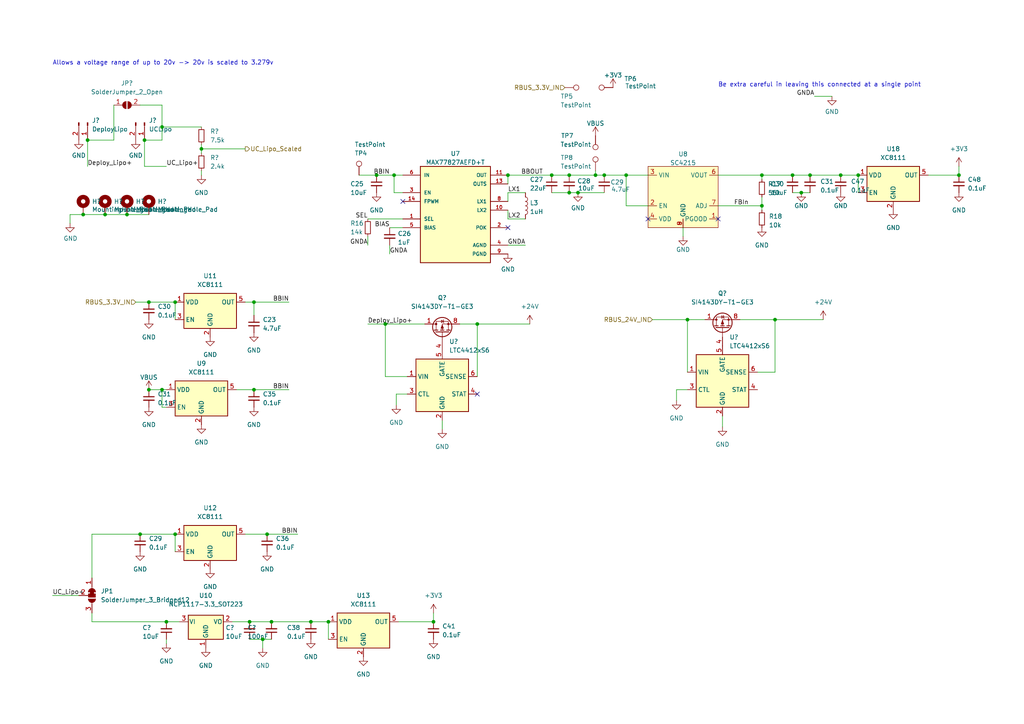
<source format=kicad_sch>
(kicad_sch (version 20211123) (generator eeschema)
  (paper "A4")
  (lib_symbols
    (symbol "Analog_Switch:MAX40200AUK"
      (property "Reference" "U" (at -6.35 6.35 0))
      (property "Value" "MAX40200AUK" (at 7.62 6.35 0))
      (symbol "MAX40200AUK_1_1"
        (rectangle (start -7.62 -5.08) (end 7.62 5.08) (stroke (width 0.254)) (fill (type background)))
        (pin power_in line (at -10.16 2.54 0) (length 2.54) (name "VDD") (number "1"))
        (pin power_in line (at 0 -7.62 90) (length 2.54) (name "GND") (number "2"))
        (pin input line (at -10.16 -2.54 0) (length 2.54) (name "EN") (number "3"))
        (pin no_connect line (at 7.62 -2.54 180) (length 2.54) hide (name "NC") (number "4"))
        (pin passive line (at 10.16 2.54 180) (length 2.54) (name "OUT") (number "5"))
      )
    )
    (symbol "Connector:Conn_01x02_Male" (pin_names (offset 1.016) hide)
      (property "Reference" "J" (at 0 2.54 0))
      (property "Value" "Conn_01x02_Male" (at 0 -5.08 0))
      (symbol "Conn_01x02_Male_1_1"
        (polyline (pts (xy 1.27 -2.54) (xy 0.8636 -2.54)) (stroke (width 0.1524)))
        (polyline (pts (xy 1.27 0) (xy 0.8636 0)) (stroke (width 0.1524)))
        (rectangle (start 0.8636 -2.413) (end 0 -2.667) (stroke (width 0.1524)) (fill (type outline)))
        (rectangle (start 0.8636 0.127) (end 0 -0.127) (stroke (width 0.1524)) (fill (type outline)))
        (pin passive line (at 5.08 0 180) (length 3.81) (name "Pin_1") (number "1"))
        (pin passive line (at 5.08 -2.54 180) (length 3.81) (name "Pin_2") (number "2"))
      )
    )
    (symbol "Connector:TestPoint" (pin_numbers hide) (pin_names (offset 0.762) hide)
      (property "Reference" "TP" (at 0 6.858 0))
      (property "Value" "TestPoint" (at 0 5.08 0))
      (symbol "TestPoint_0_1"
        (circle (center 0 3.302) (radius 0.762))
      )
      (symbol "TestPoint_1_1"
        (pin passive line (at 0 0 90) (length 2.54) (name "1") (number "1"))
      )
    )
    (symbol "Device:C_Small" (pin_numbers hide) (pin_names (offset 0.254) hide)
      (property "Reference" "C" (at 0.254 1.778 0))
      (property "Value" "C_Small" (at 0.254 -2.032 0))
      (symbol "C_Small_0_1"
        (polyline (pts (xy -1.524 -0.508) (xy 1.524 -0.508)) (stroke (width 0.3302)))
        (polyline (pts (xy -1.524 0.508) (xy 1.524 0.508)) (stroke (width 0.3048)))
      )
      (symbol "C_Small_1_1"
        (pin passive line (at 0 2.54 270) (length 2.032) (name "~") (number "1"))
        (pin passive line (at 0 -2.54 90) (length 2.032) (name "~") (number "2"))
      )
    )
    (symbol "Device:L" (pin_numbers hide) (pin_names (offset 1.016) hide)
      (property "Reference" "L" (at -1.27 0 90))
      (property "Value" "L" (at 1.905 0 90))
      (symbol "L_0_1"
        (arc (start 0 -2.54) (mid 0.635 -1.905) (end 0 -1.27))
        (arc (start 0 -1.27) (mid 0.635 -0.635) (end 0 0))
        (arc (start 0 0) (mid 0.635 0.635) (end 0 1.27))
        (arc (start 0 1.27) (mid 0.635 1.905) (end 0 2.54))
      )
      (symbol "L_1_1"
        (pin passive line (at 0 3.81 270) (length 1.27) (name "1") (number "1"))
        (pin passive line (at 0 -3.81 90) (length 1.27) (name "2") (number "2"))
      )
    )
    (symbol "Device:Q_PMOS_GDS" (pin_names (offset 0) hide)
      (property "Reference" "Q?" (at 6.35 1.2701 0))
      (property "Value" "SI4143DY-T1-GE3" (at 6.35 -1.2699 0))
      (symbol "Q_PMOS_GDS_0_0"
        (pin input line (at -5.08 0 0) (length 2.54) (name "G") (number "4"))
        (pin passive line (at 2.54 -5.08 90) (length 2.54) hide (name "D") (number "5"))
        (pin passive line (at 2.54 -5.08 90) (length 2.54) hide (name "D") (number "6"))
        (pin passive line (at 2.54 -5.08 90) (length 2.54) hide (name "D") (number "7"))
        (pin passive line (at 2.54 -5.08 90) (length 2.54) (name "D") (number "8"))
      )
      (symbol "Q_PMOS_GDS_0_1"
        (polyline (pts (xy 0.254 0) (xy -2.54 0)))
        (polyline (pts (xy 0.254 1.905) (xy 0.254 -1.905)) (stroke (width 0.254)))
        (polyline (pts (xy 0.762 -1.27) (xy 0.762 -2.286)) (stroke (width 0.254)))
        (polyline (pts (xy 0.762 0.508) (xy 0.762 -0.508)) (stroke (width 0.254)))
        (polyline (pts (xy 0.762 2.286) (xy 0.762 1.27)) (stroke (width 0.254)))
        (polyline (pts (xy 2.54 2.54) (xy 2.54 1.778)))
        (polyline (pts (xy 2.54 -2.54) (xy 2.54 0) (xy 0.762 0)))
        (polyline (pts (xy 0.762 1.778) (xy 3.302 1.778) (xy 3.302 -1.778) (xy 0.762 -1.778)))
        (polyline (pts (xy 2.286 0) (xy 1.27 0.381) (xy 1.27 -0.381) (xy 2.286 0)) (fill (type outline)))
        (polyline (pts (xy 2.794 -0.508) (xy 2.921 -0.381) (xy 3.683 -0.381) (xy 3.81 -0.254)))
        (polyline (pts (xy 3.302 -0.381) (xy 2.921 0.254) (xy 3.683 0.254) (xy 3.302 -0.381)))
        (circle (center 1.651 0) (radius 2.794) (stroke (width 0.254)))
        (circle (center 2.54 -1.778) (radius 0.254) (fill (type outline)))
        (circle (center 2.54 1.778) (radius 0.254) (fill (type outline)))
      )
      (symbol "Q_PMOS_GDS_1_1"
        (pin passive line (at 2.54 5.08 270) (length 2.54) (name "S") (number "1"))
        (pin passive line (at 2.54 5.08 270) (length 2.54) hide (name "S") (number "2"))
        (pin passive line (at 2.54 5.08 270) (length 2.54) hide (name "S") (number "3"))
      )
    )
    (symbol "Device:R_Small" (pin_numbers hide) (pin_names (offset 0.254) hide)
      (property "Reference" "R" (at 0.762 0.508 0))
      (property "Value" "R_Small" (at 0.762 -1.016 0))
      (symbol "R_Small_0_1"
        (rectangle (start -0.762 1.778) (end 0.762 -1.778) (stroke (width 0.2032)))
      )
      (symbol "R_Small_1_1"
        (pin passive line (at 0 2.54 270) (length 0.762) (name "~") (number "1"))
        (pin passive line (at 0 -2.54 90) (length 0.762) (name "~") (number "2"))
      )
    )
    (symbol "Jumper:SolderJumper_2_Open" (pin_names (offset 0) hide)
      (property "Reference" "JP" (at 0 2.032 0))
      (property "Value" "SolderJumper_2_Open" (at 0 -2.54 0))
      (symbol "SolderJumper_2_Open_0_1"
        (arc (start -0.254 1.016) (mid -1.27 0) (end -0.254 -1.016))
        (arc (start -0.254 1.016) (mid -1.27 0) (end -0.254 -1.016) (fill (type outline)))
        (polyline (pts (xy -0.254 1.016) (xy -0.254 -1.016)))
        (polyline (pts (xy 0.254 1.016) (xy 0.254 -1.016)))
        (arc (start 0.254 -1.016) (mid 1.27 0) (end 0.254 1.016))
        (arc (start 0.254 -1.016) (mid 1.27 0) (end 0.254 1.016) (fill (type outline)))
      )
      (symbol "SolderJumper_2_Open_1_1"
        (pin passive line (at -3.81 0 0) (length 2.54) (name "A") (number "1"))
        (pin passive line (at 3.81 0 180) (length 2.54) (name "B") (number "2"))
      )
    )
    (symbol "Jumper:SolderJumper_3_Bridged12" (pin_names (offset 0) hide)
      (property "Reference" "JP" (at -2.54 -2.54 0))
      (property "Value" "SolderJumper_3_Bridged12" (at 0 2.794 0))
      (symbol "SolderJumper_3_Bridged12_0_1"
        (rectangle (start -1.016 0.508) (end -0.508 -0.508) (fill (type outline)))
        (arc (start -1.016 1.016) (mid -2.032 0) (end -1.016 -1.016))
        (arc (start -1.016 1.016) (mid -2.032 0) (end -1.016 -1.016) (fill (type outline)))
        (rectangle (start -0.508 1.016) (end 0.508 -1.016) (fill (type outline)))
        (polyline (pts (xy -2.54 0) (xy -2.032 0)))
        (polyline (pts (xy -1.016 1.016) (xy -1.016 -1.016)))
        (polyline (pts (xy 0 -1.27) (xy 0 -1.016)))
        (polyline (pts (xy 1.016 1.016) (xy 1.016 -1.016)))
        (polyline (pts (xy 2.54 0) (xy 2.032 0)))
        (arc (start 1.016 -1.016) (mid 2.032 0) (end 1.016 1.016))
        (arc (start 1.016 -1.016) (mid 2.032 0) (end 1.016 1.016) (fill (type outline)))
      )
      (symbol "SolderJumper_3_Bridged12_1_1"
        (pin passive line (at -5.08 0 0) (length 2.54) (name "A") (number "1"))
        (pin input line (at 0 -3.81 90) (length 2.54) (name "C") (number "2"))
        (pin passive line (at 5.08 0 180) (length 2.54) (name "B") (number "3"))
      )
    )
    (symbol "Mechanical:MountingHole_Pad" (pin_numbers hide) (pin_names (offset 1.016) hide)
      (property "Reference" "H" (at 0 6.35 0))
      (property "Value" "MountingHole_Pad" (at 0 4.445 0))
      (symbol "MountingHole_Pad_0_1"
        (circle (center 0 1.27) (radius 1.27) (stroke (width 1.27)))
      )
      (symbol "MountingHole_Pad_1_1"
        (pin input line (at 0 -2.54 90) (length 2.54) (name "1") (number "1"))
      )
    )
    (symbol "Power_Management:LTC4412xS6"
      (property "Reference" "U" (at -6.35 8.89 0))
      (property "Value" "LTC4412xS6" (at 6.35 8.89 0))
      (symbol "LTC4412xS6_0_1"
        (rectangle (start -7.62 7.62) (end 7.62 -7.62) (stroke (width 0.254)) (fill (type background)))
      )
      (symbol "LTC4412xS6_1_1"
        (pin power_in line (at -10.16 2.54 0) (length 2.54) (name "VIN") (number "1"))
        (pin power_in line (at 0 -10.16 90) (length 2.54) (name "GND") (number "2"))
        (pin input line (at -10.16 -2.54 0) (length 2.54) (name "CTL") (number "3"))
        (pin open_collector line (at 10.16 -2.54 180) (length 2.54) (name "STAT") (number "4"))
        (pin output line (at 0 10.16 270) (length 2.54) (name "GATE") (number "5"))
        (pin input line (at 10.16 2.54 180) (length 2.54) (name "SENSE") (number "6"))
      )
    )
    (symbol "Regulator_Linear:NCP1117-3.3_SOT223" (pin_names (offset 0.254))
      (property "Reference" "U" (at -3.81 3.175 0))
      (property "Value" "NCP1117-3.3_SOT223" (at 0 3.175 0))
      (symbol "NCP1117-3.3_SOT223_0_1"
        (rectangle (start -5.08 -5.08) (end 5.08 1.905) (stroke (width 0.254)) (fill (type background)))
      )
      (symbol "NCP1117-3.3_SOT223_1_1"
        (pin power_in line (at 0 -7.62 90) (length 2.54) (name "GND") (number "1"))
        (pin power_out line (at 7.62 0 180) (length 2.54) (name "VO") (number "2"))
        (pin power_in line (at -7.62 0 0) (length 2.54) (name "VI") (number "3"))
      )
    )
    (symbol "iclr:MAX77827AEFD+T" (pin_names (offset 1.016))
      (property "Reference" "U?" (at -10.16 13.208 0))
      (property "Value" "MAX77827AEFD+T" (at -10.16 -17.78 0))
      (symbol "MAX77827AEFD+T_0_0"
        (rectangle (start -10.16 -15.24) (end 10.16 12.7) (stroke (width 0.254)) (fill (type background)))
        (pin passive line (at -15.24 -2.54 0) (length 5.08) (name "SEL") (number "1"))
        (pin passive line (at 15.24 0 180) (length 5.08) (name "LX2") (number "10"))
        (pin output line (at 15.24 10.16 180) (length 5.08) (name "OUT") (number "11"))
        (pin input line (at 15.24 7.62 180) (length 5.08) (name "OUTS") (number "13"))
        (pin input line (at -15.24 2.54 0) (length 5.08) (name "FPWM") (number "14"))
        (pin output line (at 15.24 -5.08 180) (length 5.08) (name "POK") (number "2"))
        (pin input line (at -15.24 5.08 0) (length 5.08) (name "EN") (number "3"))
        (pin power_in line (at 15.24 -10.16 180) (length 5.08) (name "AGND") (number "4"))
        (pin passive line (at -15.24 -5.08 0) (length 5.08) (name "BIAS") (number "5"))
        (pin input line (at -15.24 10.16 0) (length 5.08) (name "IN") (number "6"))
        (pin passive line (at 15.24 2.54 180) (length 5.08) (name "LX1") (number "8"))
        (pin power_in line (at 15.24 -12.7 180) (length 5.08) (name "PGND") (number "9"))
      )
    )
    (symbol "iclr:RT9025-25GSP"
      (property "Reference" "U6" (at 0 4.8428 0))
      (property "Value" "RT9025-25GSP" (at 0 2.3059 0))
      (symbol "RT9025-25GSP_1_1"
        (rectangle (start -10.16 1.27) (end 10.16 -16.51) (fill (type background)))
        (pin output line (at 10.16 -13.97 180) (length 2.54) (name "PGOOD") (number "1"))
        (pin input line (at -10.16 -10.16 0) (length 2.54) (name "EN") (number "2"))
        (pin input line (at -10.16 -1.27 0) (length 2.54) (name "VIN") (number "3"))
        (pin input line (at -10.16 -13.97 0) (length 2.54) (name "VDD") (number "4"))
        (pin output line (at 10.16 -1.27 180) (length 2.54) (name "VOUT") (number "6"))
        (pin input line (at 10.16 -10.16 180) (length 2.54) (name "ADJ") (number "7"))
        (pin input line (at 0 -16.51 90) (length 2.54) (name "GND") (number "8"))
        (pin input line (at 0 -16.51 90) (length 2.54) (name "GND") (number "9"))
      )
    )
    (symbol "power:+24V" (power) (pin_names (offset 0))
      (property "Value" "+24V" (at 0 3.556 0))
      (symbol "+24V_0_1"
        (polyline (pts (xy -0.762 1.27) (xy 0 2.54)))
        (polyline (pts (xy 0 0) (xy 0 2.54)))
        (polyline (pts (xy 0 2.54) (xy 0.762 1.27)))
      )
      (symbol "+24V_1_1"
        (pin power_in line (at 0 0 90) (length 0) hide (name "+24V") (number "1"))
      )
    )
    (symbol "power:+3.3V" (power) (pin_names (offset 0))
      (property "Value" "+3.3V" (at 0 3.556 0))
      (symbol "+3.3V_0_1"
        (polyline (pts (xy -0.762 1.27) (xy 0 2.54)))
        (polyline (pts (xy 0 0) (xy 0 2.54)))
        (polyline (pts (xy 0 2.54) (xy 0.762 1.27)))
      )
      (symbol "+3.3V_1_1"
        (pin power_in line (at 0 0 90) (length 0) hide (name "+3V3") (number "1"))
      )
    )
    (symbol "power:GND" (power) (pin_names (offset 0))
      (property "Value" "GND" (at 0 -3.81 0))
      (symbol "GND_0_1"
        (polyline (pts (xy 0 0) (xy 0 -1.27) (xy 1.27 -1.27) (xy 0 -2.54) (xy -1.27 -1.27) (xy 0 -1.27)))
      )
      (symbol "GND_1_1"
        (pin power_in line (at 0 0 270) (length 0) hide (name "GND") (number "1"))
      )
    )
    (symbol "power:VBUS" (power) (pin_names (offset 0))
      (property "Value" "VBUS" (at 0 3.81 0))
      (symbol "VBUS_0_1"
        (polyline (pts (xy -0.762 1.27) (xy 0 2.54)))
        (polyline (pts (xy 0 0) (xy 0 2.54)))
        (polyline (pts (xy 0 2.54) (xy 0.762 1.27)))
      )
      (symbol "VBUS_1_1"
        (pin power_in line (at 0 0 90) (length 0) hide (name "VBUS") (number "1"))
      )
    )
  )
  (junction (at 165.1 50.8))
  (junction (at 50.8 87.63))
  (junction (at 220.98 50.8))
  (junction (at 48.26 180.34))
  (junction (at 172.72 50.8))
  (junction (at 167.64 55.88))
  (junction (at 248.92 50.8))
  (junction (at 278.13 50.8))
  (junction (at 58.42 43.18))
  (junction (at 24.13 62.23))
  (junction (at 46.99 36.83))
  (junction (at 138.43 93.98))
  (junction (at 72.39 180.34))
  (junction (at 109.22 50.8))
  (junction (at 77.47 154.94))
  (junction (at 43.18 87.63))
  (junction (at 25.4 40.64))
  (junction (at 111.76 93.98))
  (junction (at 229.87 50.8))
  (junction (at 78.74 180.34))
  (junction (at 125.73 180.34))
  (junction (at 50.8 154.94))
  (junction (at 175.26 50.8))
  (junction (at 232.41 55.88))
  (junction (at 147.32 50.8))
  (junction (at 73.66 87.63))
  (junction (at 243.84 50.8))
  (junction (at 220.98 59.69))
  (junction (at 43.18 113.03))
  (junction (at 76.2 185.42))
  (junction (at 36.83 62.23))
  (junction (at 114.3 50.8))
  (junction (at 199.39 92.71))
  (junction (at 95.25 180.34))
  (junction (at 90.17 180.34))
  (junction (at 30.48 62.23))
  (junction (at 224.79 92.71))
  (junction (at 40.64 154.94))
  (junction (at 160.02 50.8))
  (junction (at 46.99 113.03))
  (junction (at 73.66 113.03))
  (junction (at 165.1 55.88))
  (junction (at 234.95 50.8))
  (junction (at 41.91 40.64))
  (junction (at 181.61 50.8))
  (no_connect (at 147.32 66.04))
  (no_connect (at 138.43 114.3))
  (no_connect (at 116.84 58.42))
  (no_connect (at 208.28 63.5))
  (no_connect (at 187.96 63.5))
  (wire (pts (xy 58.42 43.18) (xy 71.12 43.18)))
  (wire (pts (xy 95.25 180.34) (xy 95.25 185.42)))
  (wire (pts (xy 78.74 180.34) (xy 90.17 180.34)))
  (wire (pts (xy 114.3 55.88) (xy 116.84 55.88)))
  (wire (pts (xy 147.32 50.8) (xy 160.02 50.8)))
  (wire (pts (xy 160.02 50.8) (xy 165.1 50.8)))
  (wire (pts (xy 40.64 154.94) (xy 50.8 154.94)))
  (wire (pts (xy 15.24 172.72) (xy 22.86 172.72)))
  (wire (pts (xy 133.35 93.98) (xy 138.43 93.98)))
  (wire (pts (xy 220.98 50.8) (xy 220.98 52.07)))
  (wire (pts (xy 111.76 93.98) (xy 123.19 93.98)))
  (wire (pts (xy 33.02 40.64) (xy 33.02 30.48)))
  (wire (pts (xy 147.32 55.88) (xy 152.4 55.88)))
  (wire (pts (xy 72.39 185.42) (xy 76.2 185.42)))
  (wire (pts (xy 198.12 68.58) (xy 198.12 66.04)))
  (wire (pts (xy 181.61 50.8) (xy 181.61 59.69)))
  (wire (pts (xy 26.67 177.8) (xy 26.67 180.34)))
  (wire (pts (xy 160.02 55.88) (xy 165.1 55.88)))
  (wire (pts (xy 20.32 62.23) (xy 20.32 64.77)))
  (wire (pts (xy 90.17 180.34) (xy 95.25 180.34)))
  (wire (pts (xy 48.26 185.42) (xy 48.26 186.69)))
  (wire (pts (xy 208.28 50.8) (xy 220.98 50.8)))
  (wire (pts (xy 147.32 63.5) (xy 147.32 60.96)))
  (wire (pts (xy 77.47 154.94) (xy 86.36 154.94)))
  (wire (pts (xy 224.79 107.95) (xy 224.79 92.71)))
  (wire (pts (xy 73.66 91.44) (xy 73.66 87.63)))
  (wire (pts (xy 181.61 50.8) (xy 187.96 50.8)))
  (wire (pts (xy 46.99 36.83) (xy 46.99 40.64)))
  (wire (pts (xy 76.2 185.42) (xy 78.74 185.42)))
  (wire (pts (xy 106.68 63.5) (xy 116.84 63.5)))
  (wire (pts (xy 196.215 113.03) (xy 199.39 113.03)))
  (wire (pts (xy 147.32 71.12) (xy 152.4 71.12)))
  (wire (pts (xy 269.24 50.8) (xy 278.13 50.8)))
  (wire (pts (xy 26.67 180.34) (xy 48.26 180.34)))
  (wire (pts (xy 172.72 50.8) (xy 175.26 50.8)))
  (wire (pts (xy 138.43 93.98) (xy 153.67 93.98)))
  (wire (pts (xy 199.39 92.71) (xy 199.39 107.95)))
  (wire (pts (xy 220.98 57.15) (xy 220.98 59.69)))
  (wire (pts (xy 147.32 58.42) (xy 147.32 55.88)))
  (wire (pts (xy 243.84 50.8) (xy 248.92 50.8)))
  (wire (pts (xy 26.67 167.64) (xy 26.67 154.94)))
  (wire (pts (xy 40.64 30.48) (xy 46.99 30.48)))
  (wire (pts (xy 172.72 49.53) (xy 172.72 50.8)))
  (wire (pts (xy 165.1 50.8) (xy 172.72 50.8)))
  (wire (pts (xy 219.71 107.95) (xy 224.79 107.95)))
  (wire (pts (xy 58.42 43.18) (xy 58.42 41.91)))
  (wire (pts (xy 114.935 114.3) (xy 118.11 114.3)))
  (wire (pts (xy 196.215 116.205) (xy 196.215 113.03)))
  (wire (pts (xy 229.87 55.88) (xy 232.41 55.88)))
  (wire (pts (xy 111.76 93.98) (xy 111.76 109.22)))
  (wire (pts (xy 114.3 50.8) (xy 114.3 55.88)))
  (wire (pts (xy 50.8 154.94) (xy 50.8 160.02)))
  (wire (pts (xy 278.13 48.26) (xy 278.13 50.8)))
  (wire (pts (xy 181.61 59.69) (xy 187.96 59.69)))
  (wire (pts (xy 104.14 50.8) (xy 109.22 50.8)))
  (wire (pts (xy 167.64 55.88) (xy 175.26 55.88)))
  (wire (pts (xy 175.26 50.8) (xy 181.61 50.8)))
  (wire (pts (xy 106.68 71.12) (xy 106.68 68.58)))
  (wire (pts (xy 214.63 92.71) (xy 224.79 92.71)))
  (wire (pts (xy 208.28 59.69) (xy 220.98 59.69)))
  (wire (pts (xy 106.68 93.98) (xy 111.76 93.98)))
  (wire (pts (xy 43.18 87.63) (xy 50.8 87.63)))
  (wire (pts (xy 229.87 50.8) (xy 234.95 50.8)))
  (wire (pts (xy 152.4 63.5) (xy 147.32 63.5)))
  (wire (pts (xy 232.41 55.88) (xy 234.95 55.88)))
  (wire (pts (xy 199.39 92.71) (xy 204.47 92.71)))
  (wire (pts (xy 46.99 30.48) (xy 46.99 36.83)))
  (wire (pts (xy 26.67 154.94) (xy 40.64 154.94)))
  (wire (pts (xy 71.12 154.94) (xy 77.47 154.94)))
  (wire (pts (xy 248.92 50.8) (xy 248.92 55.88)))
  (wire (pts (xy 25.4 40.64) (xy 33.02 40.64)))
  (wire (pts (xy 36.83 62.23) (xy 43.18 62.23)))
  (wire (pts (xy 43.18 113.03) (xy 46.99 113.03)))
  (wire (pts (xy 209.55 120.65) (xy 209.55 123.825)))
  (wire (pts (xy 167.64 55.88) (xy 165.1 55.88)))
  (wire (pts (xy 48.26 180.34) (xy 52.07 180.34)))
  (wire (pts (xy 114.935 117.475) (xy 114.935 114.3)))
  (wire (pts (xy 236.22 27.94) (xy 241.3 27.94)))
  (wire (pts (xy 128.27 121.92) (xy 128.27 124.46)))
  (wire (pts (xy 109.22 50.8) (xy 114.3 50.8)))
  (wire (pts (xy 58.42 44.45) (xy 58.42 43.18)))
  (wire (pts (xy 48.26 118.11) (xy 46.99 118.11)))
  (wire (pts (xy 41.91 40.64) (xy 41.91 48.26)))
  (wire (pts (xy 138.43 109.22) (xy 138.43 93.98)))
  (wire (pts (xy 73.66 113.03) (xy 83.82 113.03)))
  (wire (pts (xy 25.4 40.64) (xy 25.4 48.26)))
  (wire (pts (xy 41.91 48.26) (xy 48.26 48.26)))
  (wire (pts (xy 46.99 40.64) (xy 41.91 40.64)))
  (wire (pts (xy 147.32 53.34) (xy 147.32 50.8)))
  (wire (pts (xy 30.48 62.23) (xy 36.83 62.23)))
  (wire (pts (xy 113.03 66.04) (xy 116.84 66.04)))
  (wire (pts (xy 114.3 50.8) (xy 116.84 50.8)))
  (wire (pts (xy 46.99 113.03) (xy 48.26 113.03)))
  (wire (pts (xy 76.2 185.42) (xy 76.2 187.96)))
  (wire (pts (xy 50.8 87.63) (xy 50.8 92.71)))
  (wire (pts (xy 115.57 180.34) (xy 125.73 180.34)))
  (wire (pts (xy 46.99 36.83) (xy 58.42 36.83)))
  (wire (pts (xy 73.66 87.63) (xy 83.82 87.63)))
  (wire (pts (xy 39.37 87.63) (xy 43.18 87.63)))
  (wire (pts (xy 220.98 59.69) (xy 220.98 60.96)))
  (wire (pts (xy 24.13 62.23) (xy 30.48 62.23)))
  (wire (pts (xy 46.99 118.11) (xy 46.99 113.03)))
  (wire (pts (xy 224.79 92.71) (xy 238.76 92.71)))
  (wire (pts (xy 125.73 177.8) (xy 125.73 180.34)))
  (wire (pts (xy 58.42 49.53) (xy 58.42 50.8)))
  (wire (pts (xy 67.31 180.34) (xy 72.39 180.34)))
  (wire (pts (xy 234.95 50.8) (xy 243.84 50.8)))
  (wire (pts (xy 71.12 87.63) (xy 73.66 87.63)))
  (wire (pts (xy 220.98 50.8) (xy 229.87 50.8)))
  (wire (pts (xy 72.39 180.34) (xy 78.74 180.34)))
  (wire (pts (xy 189.23 92.71) (xy 199.39 92.71)))
  (wire (pts (xy 113.03 73.66) (xy 113.03 71.12)))
  (wire (pts (xy 24.13 62.23) (xy 20.32 62.23)))
  (wire (pts (xy 68.58 113.03) (xy 73.66 113.03)))
  (wire (pts (xy 111.76 109.22) (xy 118.11 109.22)))
  (text "Allows a voltage range of up to 20v -> 20v is scaled to 3.279v" (at 15.24 19.05 0) (effects (font (size 1.27 1.27)) (justify left bottom)))
  (text "Be extra careful in leaving this connected at a single point\n" (at 208.28 25.4 0) (effects (font (size 1.27 1.27)) (justify left bottom)))
  (label "Deploy_Lipo+" (at 25.4 48.26 0))
  (label "GNDA" (at 113.03 73.66 0))
  (label "UC_Lipo+" (at 15.24 172.72 0))
  (label "FBIn" (at 217.17 59.69 180))
  (label "BIAS" (at 113.03 66.04 180))
  (label "BBIN" (at 83.82 87.63 180))
  (label "LX2" (at 147.32 63.5 0))
  (label "GNDA" (at 236.22 27.94 180))
  (label "GNDA" (at 106.68 71.12 180))
  (label "SEL" (at 106.68 63.5 180))
  (label "BBIN" (at 83.82 113.03 180))
  (label "GNDA" (at 152.4 71.12 180))
  (label "BBOUT" (at 151.13 50.8 0))
  (label "UC_Lipo+" (at 48.26 48.26 0))
  (label "Deploy_Lipo+" (at 106.68 93.98 0))
  (label "LX1" (at 147.32 55.88 0))
  (label "BBIN" (at 113.03 50.8 180))
  (label "BBIN" (at 86.36 154.94 180))
  (hierarchical_label "RBUS_3.3V_IN" (shape input) (at 39.37 87.63 180))
  (hierarchical_label "RBUS_24V_IN" (shape input) (at 189.23 92.71 180))
  (hierarchical_label "UC_Lipo_Scaled" (shape output) (at 71.12 43.18 0))
  (hierarchical_label "RBUS_3.3V_IN" (shape input) (at 163.83 25.4 180))
  (symbol (lib_id "power:+3.3V") (at 177.8 25.4 0) (unit 1)
    (property "Reference" "#PWR052" (effects hide))
    (property "Value" "+3.3V" (at 177.8 21.8242 0))
  )
  (symbol (lib_id "Analog_Switch:MAX40200AUK") (at 259.08 53.34 0) (unit 1)
    (property "Reference" "U18" (at 259.08 43.18 0))
    (property "Value" "XC8111" (at 259.08 45.72 0))
    (property "Footprint" "Package_TO_SOT_SMD:SOT-23-5" (effects hide))
    (property "Datasheet" "https://www.torexsemi.com/file/xc8111/XC8111.pdf" (effects hide))
  )
  (symbol (lib_id "Device:C_Small") (at 125.73 182.88 0) (unit 1)
    (property "Reference" "C41" (at 128.27 181.6162 0) (effects (justify left)))
    (property "Value" "0.1uF" (at 128.27 184.1562 0) (effects (justify left)))
    (property "Footprint" "Capacitor_SMD:C_0402_1005Metric" (effects hide))
  )
  (symbol (lib_id "power:GND") (at 105.41 190.5 0) (unit 1)
    (property "Reference" "#PWR096" (effects hide))
    (property "Value" "GND" (at 105.41 195.58 0))
  )
  (symbol (lib_id "Connector:TestPoint") (at 172.72 49.53 0) (unit 1)
    (property "Reference" "TP8" (at 162.56 45.72 0) (effects (justify left)))
    (property "Value" "TestPoint" (at 162.56 48.2569 0) (effects (justify left)))
    (property "Footprint" "TestPoint:TestPoint_Pad_D1.5mm" (effects hide))
  )
  (symbol (lib_id "Device:R_Small") (at 106.68 66.04 0) (unit 1)
    (property "Reference" "R16" (at 101.6 64.77 0) (effects (justify left)))
    (property "Value" "14k" (at 101.6 67.3069 0) (effects (justify left)))
    (property "Footprint" "Resistor_SMD:R_0402_1005Metric" (effects hide))
  )
  (symbol (lib_id "power:GND") (at 58.42 123.19 0) (unit 1)
    (property "Reference" "#PWR0132" (effects hide))
    (property "Value" "GND" (at 58.42 128.27 0))
  )
  (symbol (lib_id "Device:C_Small") (at 234.95 53.34 180) (unit 1)
    (property "Reference" "C31" (at 237.9083 52.6454 0) (effects (justify right)))
    (property "Value" "0.1uF" (at 237.9083 55.1854 0) (effects (justify right)))
    (property "Footprint" "Capacitor_SMD:C_0402_1005Metric" (effects hide))
  )
  (symbol (lib_id "power:GND") (at 60.96 165.1 0) (unit 1)
    (property "Reference" "#PWR090" (effects hide))
    (property "Value" "GND" (at 60.96 170.18 0))
  )
  (symbol (lib_id "power:GND") (at 60.96 97.79 0) (unit 1)
    (property "Reference" "#PWR089" (effects hide))
    (property "Value" "GND" (at 60.96 102.87 0))
  )
  (symbol (lib_id "Device:C_Small") (at 48.26 182.88 180) (unit 1)
    (property "Reference" "C?" (at 41.2911 182.0611 0) (effects (justify right)))
    (property "Value" "10uF" (at 41.2911 184.6011 0) (effects (justify right)))
    (property "Footprint" "Capacitor_SMD:C_0603_1608Metric" (effects hide))
  )
  (symbol (lib_id "Connector:TestPoint") (at 163.83 25.4 270) (unit 1)
    (property "Reference" "TP5" (at 162.56 27.94 90) (effects (justify left)))
    (property "Value" "TestPoint" (at 162.56 30.4769 90) (effects (justify left)))
    (property "Footprint" "TestPoint:TestPoint_Pad_D1.5mm" (effects hide))
  )
  (symbol (lib_id "power:VBUS") (at 172.72 39.37 0) (unit 1)
    (property "Reference" "#PWR056" (effects hide))
    (property "Value" "VBUS" (at 172.72 35.7942 0))
  )
  (symbol (lib_id "Device:C_Small") (at 165.1 53.34 0) (unit 1)
    (property "Reference" "C28" (at 167.4241 52.5116 0) (effects (justify left)))
    (property "Value" "10uF" (at 167.64 54.61 0) (effects (justify left)))
    (property "Footprint" "Capacitor_SMD:C_0402_1005Metric" (effects hide))
  )
  (symbol (lib_id "power:GND") (at 209.55 123.825 0) (unit 1)
    (property "Reference" "#PWR?" (effects hide))
    (property "Value" "GND" (at 209.55 128.905 0))
  )
  (symbol (lib_id "power:VBUS") (at 43.18 113.03 0) (unit 1)
    (property "Reference" "#PWR042" (effects hide))
    (property "Value" "VBUS" (at 43.18 109.4542 0))
  )
  (symbol (lib_id "Device:L") (at 152.4 59.69 0) (unit 1)
    (property "Reference" "L3" (at 153.67 58.8553 0) (effects (justify left)))
    (property "Value" "1uH" (at 153.67 61.3922 0) (effects (justify left)))
    (property "Footprint" "Inductor_SMD:L_0805_2012Metric" (effects hide))
  )
  (symbol (lib_id "power:GND") (at 73.66 96.52 0) (unit 1)
    (property "Reference" "#PWR045" (effects hide))
    (property "Value" "GND" (at 73.66 101.6 0))
  )
  (symbol (lib_id "Connector:TestPoint") (at 104.14 50.8 0) (unit 1)
    (property "Reference" "TP4" (at 102.87 44.45 0) (effects (justify left)))
    (property "Value" "TestPoint" (at 102.87 41.9131 0) (effects (justify left)))
    (property "Footprint" "TestPoint:TestPoint_Pad_D1.5mm" (effects hide))
  )
  (symbol (lib_id "Device:R_Small") (at 220.98 63.5 0) (unit 1)
    (property "Reference" "R18" (at 222.994 62.7497 0) (effects (justify left)))
    (property "Value" "10k" (at 222.994 65.2897 0) (effects (justify left)))
    (property "Footprint" "Resistor_SMD:R_0402_1005Metric" (effects hide))
  )
  (symbol (lib_id "Device:C_Small") (at 43.18 115.57 0) (unit 1)
    (property "Reference" "C31" (at 45.72 114.3062 0) (effects (justify left)))
    (property "Value" "0.1uF" (at 45.72 116.8462 0) (effects (justify left)))
    (property "Footprint" "Capacitor_SMD:C_0402_1005Metric" (effects hide))
  )
  (symbol (lib_id "Mechanical:MountingHole_Pad") (at 30.48 59.69 0) (unit 1)
    (property "Reference" "H?" (at 33.02 58.4454 0) (effects (justify left)))
    (property "Value" "MountingHole_Pad" (at 33.02 60.7568 0) (effects (justify left)))
    (property "Footprint" "MountingHole:MountingHole_3.2mm_M3_DIN965_Pad" (effects hide))
  )
  (symbol (lib_id "power:+3.3V") (at 125.73 177.8 0) (unit 1)
    (property "Reference" "#PWR099" (effects hide))
    (property "Value" "+3.3V" (at 125.73 172.72 0))
  )
  (symbol (lib_id "power:GND") (at 43.18 92.71 0) (unit 1)
    (property "Reference" "#PWR083" (effects hide))
    (property "Value" "GND" (at 43.18 97.79 0))
  )
  (symbol (lib_id "power:GND") (at 76.2 187.96 0) (unit 1)
    (property "Reference" "#PWR?" (effects hide))
    (property "Value" "GND" (at 76.2 193.04 0))
  )
  (symbol (lib_id "power:GND") (at 90.17 185.42 0) (unit 1)
    (property "Reference" "#PWR095" (effects hide))
    (property "Value" "GND" (at 90.17 190.5 0))
  )
  (symbol (lib_id "Analog_Switch:MAX40200AUK") (at 58.42 115.57 0) (unit 1)
    (property "Reference" "U9" (at 58.42 105.41 0))
    (property "Value" "XC8111" (at 58.42 107.95 0))
    (property "Footprint" "Package_TO_SOT_SMD:SOT-23-5" (effects hide))
    (property "Datasheet" "https://www.torexsemi.com/file/xc8111/XC8111.pdf" (effects hide))
  )
  (symbol (lib_id "Device:Q_PMOS_GDS") (at 128.27 96.52 90) (unit 1)
    (property "Reference" "Q?" (at 128.27 86.36 90))
    (property "Value" "SI4143DY-T1-GE3" (at 128.27 88.9 90))
    (property "Footprint" "Package_SO:SOIC-8_3.9x4.9mm_P1.27mm" (effects hide))
  )
  (symbol (lib_id "power:GND") (at 20.32 64.77 0) (unit 1)
    (property "Reference" "#PWR?" (effects hide))
    (property "Value" "GND" (at 20.447 69.1642 0))
  )
  (symbol (lib_id "Device:C_Small") (at 243.84 53.34 180) (unit 1)
    (property "Reference" "C47" (at 246.7983 52.6454 0) (effects (justify right)))
    (property "Value" "0.1uF" (at 246.7983 55.1854 0) (effects (justify right)))
    (property "Footprint" "Capacitor_SMD:C_0402_1005Metric" (effects hide))
  )
  (symbol (lib_id "power:GND") (at 167.64 55.88 0) (unit 1)
    (property "Reference" "#PWR055" (effects hide))
    (property "Value" "GND" (at 167.64 60.3234 0))
  )
  (symbol (lib_id "power:GND") (at 243.84 55.88 0) (unit 1)
    (property "Reference" "#PWR0114" (effects hide))
    (property "Value" "GND" (at 243.84 59.69 0))
  )
  (symbol (lib_id "Device:C_Small") (at 109.22 53.34 0) (unit 1)
    (property "Reference" "C25" (at 101.6 53.34 0) (effects (justify left)))
    (property "Value" "10uF" (at 101.6 55.8769 0) (effects (justify left)))
    (property "Footprint" "Capacitor_SMD:C_0603_1608Metric" (effects hide))
  )
  (symbol (lib_id "Device:Q_PMOS_GDS") (at 209.55 95.25 90) (unit 1)
    (property "Reference" "Q?" (at 209.55 85.09 90))
    (property "Value" "SI4143DY-T1-GE3" (at 209.55 87.63 90))
    (property "Footprint" "Package_SO:SOIC-8_3.9x4.9mm_P1.27mm" (effects hide))
  )
  (symbol (lib_id "power:GND") (at 73.66 118.11 0) (unit 1)
    (property "Reference" "#PWR046" (effects hide))
    (property "Value" "GND" (at 73.66 123.19 0))
  )
  (symbol (lib_id "Device:C_Small") (at 73.66 115.57 0) (unit 1)
    (property "Reference" "C35" (at 76.2 114.3062 0) (effects (justify left)))
    (property "Value" "0.1uF" (at 76.2 116.8462 0) (effects (justify left)))
    (property "Footprint" "Capacitor_SMD:C_0402_1005Metric" (effects hide))
  )
  (symbol (lib_id "Mechanical:MountingHole_Pad") (at 24.13 59.69 0) (unit 1)
    (property "Reference" "H?" (at 26.67 58.4454 0) (effects (justify left)))
    (property "Value" "MountingHole_Pad" (at 26.67 60.7568 0) (effects (justify left)))
    (property "Footprint" "MountingHole:MountingHole_3.2mm_M3_DIN965_Pad" (effects hide))
  )
  (symbol (lib_id "power:GND") (at 40.64 160.02 0) (unit 1)
    (property "Reference" "#PWR082" (effects hide))
    (property "Value" "GND" (at 40.64 165.1 0))
  )
  (symbol (lib_id "Device:C_Small") (at 72.39 182.88 180) (unit 1)
    (property "Reference" "C?" (at 65.4211 182.0611 0) (effects (justify right)))
    (property "Value" "10uF" (at 65.4211 184.6011 0) (effects (justify right)))
    (property "Footprint" "Capacitor_SMD:C_0603_1608Metric" (effects hide))
  )
  (symbol (lib_id "power:GND") (at 125.73 185.42 0) (unit 1)
    (property "Reference" "#PWR0100" (effects hide))
    (property "Value" "GND" (at 125.73 190.5 0))
  )
  (symbol (lib_id "Connector:TestPoint") (at 172.72 39.37 180) (unit 1)
    (property "Reference" "TP7" (at 166.37 39.37 0) (effects (justify left)))
    (property "Value" "TestPoint" (at 171.45 41.9069 0) (effects (justify left)))
    (property "Footprint" "TestPoint:TestPoint_Pad_D1.5mm" (effects hide))
  )
  (symbol (lib_id "power:GND") (at 232.41 55.88 0) (unit 1)
    (property "Reference" "#PWR060" (effects hide))
    (property "Value" "GND" (at 232.41 59.69 0))
  )
  (symbol (lib_id "Jumper:SolderJumper_3_Bridged12") (at 26.67 172.72 270) (unit 1)
    (property "Reference" "JP1" (at 29.21 171.4499 90) (effects (justify left)))
    (property "Value" "SolderJumper_3_Bridged12" (at 29.21 173.9899 90) (effects (justify left)))
    (property "Footprint" "Jumper:SolderJumper-3_P1.3mm_Bridged12_RoundedPad1.0x1.5mm" (effects hide))
  )
  (symbol (lib_id "power:GND") (at 43.18 118.11 0) (unit 1)
    (property "Reference" "#PWR085" (effects hide))
    (property "Value" "GND" (at 43.18 123.19 0))
  )
  (symbol (lib_id "power:GND") (at 196.215 116.205 0) (unit 1)
    (property "Reference" "#PWR?" (effects hide))
    (property "Value" "GND" (at 196.215 121.285 0))
  )
  (symbol (lib_id "Device:C_Small") (at 43.18 90.17 0) (unit 1)
    (property "Reference" "C30" (at 45.72 88.9062 0) (effects (justify left)))
    (property "Value" "0.1uF" (at 45.72 91.4462 0) (effects (justify left)))
    (property "Footprint" "Capacitor_SMD:C_0402_1005Metric" (effects hide))
  )
  (symbol (lib_id "power:GND") (at 39.37 40.64 0) (unit 1)
    (property "Reference" "#PWR?" (effects hide))
    (property "Value" "GND" (at 39.37 45.085 0))
  )
  (symbol (lib_id "power:GND") (at 198.12 68.58 0) (unit 1)
    (property "Reference" "#PWR057" (effects hide))
    (property "Value" "GND" (at 198.12 72.39 0))
  )
  (symbol (lib_id "Device:C_Small") (at 229.87 53.34 180) (unit 1)
    (property "Reference" "C30" (at 223.52 53.34 0) (effects (justify right)))
    (property "Value" "10uF" (at 223.52 55.88 0) (effects (justify right)))
    (property "Footprint" "Capacitor_SMD:C_0402_1005Metric" (effects hide))
  )
  (symbol (lib_id "power:GND") (at 109.22 55.88 0) (unit 1)
    (property "Reference" "#PWR048" (effects hide))
    (property "Value" "GND" (at 109.22 60.96 0))
  )
  (symbol (lib_id "Connector:TestPoint") (at 177.8 25.4 90) (unit 1)
    (property "Reference" "TP6" (at 182.88 22.86 90))
    (property "Value" "TestPoint" (at 185.801 24.9616 90))
    (property "Footprint" "TestPoint:TestPoint_Pad_D1.5mm" (effects hide))
  )
  (symbol (lib_id "Power_Management:LTC4412xS6") (at 128.27 111.76 0) (unit 1)
    (property "Reference" "U?" (at 130.2894 99.06 0) (effects (justify left)))
    (property "Value" "LTC4412xS6" (at 130.2894 101.6 0) (effects (justify left)))
    (property "Footprint" "Package_TO_SOT_SMD:TSOT-23-6" (effects hide))
    (property "Datasheet" "https://www.analog.com/media/en/technical-documentation/data-sheets/4412fb.pdf" (effects hide))
  )
  (symbol (lib_id "power:GND") (at 278.13 55.88 0) (unit 1)
    (property "Reference" "#PWR0117" (effects hide))
    (property "Value" "GND" (at 278.13 60.96 0))
  )
  (symbol (lib_id "Regulator_Linear:NCP1117-3.3_SOT223") (at 59.69 180.34 0) (unit 1)
    (property "Reference" "U10" (at 59.69 172.72 0))
    (property "Value" "NCP1117-3.3_SOT223" (at 59.69 175.26 0))
    (property "Footprint" "Package_TO_SOT_SMD:SOT-223-3_TabPin2" (effects hide))
    (property "Datasheet" "http://www.onsemi.com/pub_link/Collateral/NCP1117-D.PDF" (effects hide))
  )
  (symbol (lib_id "Connector:Conn_01x02_Male") (at 41.91 35.56 270) (unit 1)
    (property "Reference" "J?" (at 43.18 34.9249 90) (effects (justify left)))
    (property "Value" "UCLipo" (at 43.18 37.4649 90) (effects (justify left)))
    (property "Footprint" "Connector_JST:JST_PH_B2B-PH-K_1x02_P2.00mm_Vertical" (effects hide))
  )
  (symbol (lib_id "power:GND") (at 128.27 124.46 0) (unit 1)
    (property "Reference" "#PWR?" (effects hide))
    (property "Value" "GND" (at 128.27 129.54 0))
  )
  (symbol (lib_id "iclr:RT9025-25GSP") (at 198.12 49.53 0) (unit 1)
    (property "Reference" "U8" (at 198.12 44.6872 0))
    (property "Value" "SC4215" (at 198.12 47.2241 0))
    (property "Footprint" "iclr:SOIC127P599X175-9N" (effects hide))
  )
  (symbol (lib_id "power:GND") (at 22.86 40.64 0) (unit 1)
    (property "Reference" "#PWR?" (effects hide))
    (property "Value" "GND" (at 22.86 45.085 0))
  )
  (symbol (lib_id "power:GND") (at 59.69 187.96 0) (unit 1)
    (property "Reference" "#PWR?" (effects hide))
    (property "Value" "GND" (at 59.69 193.04 0))
  )
  (symbol (lib_id "Device:C_Small") (at 90.17 182.88 180) (unit 1)
    (property "Reference" "C38" (at 83.2011 182.0611 0) (effects (justify right)))
    (property "Value" "0.1uF" (at 83.2011 184.6011 0) (effects (justify right)))
    (property "Footprint" "Capacitor_SMD:C_0402_1005Metric" (effects hide))
  )
  (symbol (lib_id "Analog_Switch:MAX40200AUK") (at 60.96 157.48 0) (unit 1)
    (property "Reference" "U12" (at 60.96 147.32 0))
    (property "Value" "XC8111" (at 60.96 149.86 0))
    (property "Footprint" "Package_TO_SOT_SMD:SOT-23-5" (effects hide))
    (property "Datasheet" "https://www.torexsemi.com/file/xc8111/XC8111.pdf" (effects hide))
  )
  (symbol (lib_id "Jumper:SolderJumper_2_Open") (at 36.83 30.48 0) (unit 1)
    (property "Reference" "JP?" (at 36.83 24.13 0))
    (property "Value" "SolderJumper_2_Open" (at 36.83 26.67 0))
    (property "Footprint" "Jumper:SolderJumper-2_P1.3mm_Open_RoundedPad1.0x1.5mm" (effects hide))
  )
  (symbol (lib_id "iclr:MAX77827AEFD+T") (at 132.08 60.96 0) (unit 1)
    (property "Reference" "U7" (at 132.08 44.5602 0))
    (property "Value" "MAX77827AEFD+T" (at 132.08 47.0971 0))
    (property "Footprint" "iclr:CONV_MAX77827AEFD+T" (effects hide))
    (property "MANUFACTURER" "Maxim Integrated" (effects hide))
    (property "MAXIMUM_PACKAGE_HEIGHT" "0.6mm" (effects hide))
    (property "PARTREV" "B" (effects hide))
    (property "STANDARD" "Manufacturer Recommended" (effects hide))
  )
  (symbol (lib_id "power:GND") (at 220.98 66.04 0) (unit 1)
    (property "Reference" "#PWR058" (effects hide))
    (property "Value" "GND" (at 220.98 71.12 0))
  )
  (symbol (lib_id "power:GND") (at 147.32 73.66 0) (unit 1)
    (property "Reference" "#PWR053" (effects hide))
    (property "Value" "GND" (at 147.32 78.1034 0))
  )
  (symbol (lib_id "Device:R_Small") (at 58.42 39.37 0) (unit 1)
    (property "Reference" "R?" (at 60.96 38.0999 0) (effects (justify left)))
    (property "Value" "7.5k" (at 60.96 40.6399 0) (effects (justify left)))
    (property "Footprint" "Resistor_SMD:R_0603_1608Metric" (effects hide))
  )
  (symbol (lib_id "power:GND") (at 77.47 160.02 0) (unit 1)
    (property "Reference" "#PWR094" (effects hide))
    (property "Value" "GND" (at 77.47 165.1 0))
  )
  (symbol (lib_id "Device:C_Small") (at 73.66 93.98 0) (unit 1)
    (property "Reference" "C23" (at 76.2 92.7162 0) (effects (justify left)))
    (property "Value" "4.7uF" (at 76.2 95.2562 0) (effects (justify left)))
    (property "Footprint" "Capacitor_SMD:C_0402_1005Metric" (effects hide))
  )
  (symbol (lib_id "Device:C_Small") (at 175.26 53.34 0) (unit 1)
    (property "Reference" "C29" (at 177.0436 52.8468 0) (effects (justify left)))
    (property "Value" "4.7uF" (at 177.2595 54.9452 0) (effects (justify left)))
    (property "Footprint" "Capacitor_SMD:C_0402_1005Metric" (effects hide))
  )
  (symbol (lib_id "Analog_Switch:MAX40200AUK") (at 105.41 182.88 0) (unit 1)
    (property "Reference" "U13" (at 105.41 172.72 0))
    (property "Value" "XC8111" (at 105.41 175.26 0))
    (property "Footprint" "Package_TO_SOT_SMD:SOT-23-5" (effects hide))
    (property "Datasheet" "https://www.torexsemi.com/file/xc8111/XC8111.pdf" (effects hide))
  )
  (symbol (lib_id "Mechanical:MountingHole_Pad") (at 43.18 59.69 0) (unit 1)
    (property "Reference" "H?" (at 45.72 58.4454 0) (effects (justify left)))
    (property "Value" "MountingHole_Pad" (at 45.72 60.7568 0) (effects (justify left)))
    (property "Footprint" "MountingHole:MountingHole_3.2mm_M3_DIN965_Pad" (effects hide))
  )
  (symbol (lib_id "Device:C_Small") (at 40.64 157.48 0) (unit 1)
    (property "Reference" "C29" (at 43.18 156.2162 0) (effects (justify left)))
    (property "Value" "0.1uF" (at 43.18 158.7562 0) (effects (justify left)))
    (property "Footprint" "Capacitor_SMD:C_0402_1005Metric" (effects hide))
  )
  (symbol (lib_id "Device:C_Small") (at 160.02 53.34 0) (unit 1)
    (property "Reference" "C27" (at 153.67 52.0731 0) (effects (justify left)))
    (property "Value" "22uF" (at 153.67 54.61 0) (effects (justify left)))
    (property "Footprint" "Capacitor_SMD:C_0603_1608Metric" (effects hide))
  )
  (symbol (lib_id "Device:R_Small") (at 220.98 54.61 0) (unit 1)
    (property "Reference" "R17" (at 222.7367 53.3805 0) (effects (justify left)))
    (property "Value" "56k" (at 222.7367 55.9205 0) (effects (justify left)))
    (property "Footprint" "Resistor_SMD:R_0402_1005Metric" (effects hide))
  )
  (symbol (lib_id "Device:C_Small") (at 113.03 68.58 0) (unit 1)
    (property "Reference" "C26" (at 115.3541 67.7516 0) (effects (justify left)))
    (property "Value" "1uF" (at 115.3541 70.2885 0) (effects (justify left)))
    (property "Footprint" "Capacitor_SMD:C_0402_1005Metric" (effects hide))
  )
  (symbol (lib_id "power:+24V") (at 238.76 92.71 0) (unit 1)
    (property "Reference" "#PWR?" (effects hide))
    (property "Value" "+24V" (at 238.76 87.63 0))
  )
  (symbol (lib_id "Power_Management:LTC4412xS6") (at 209.55 110.49 0) (unit 1)
    (property "Reference" "U?" (at 211.5694 97.79 0) (effects (justify left)))
    (property "Value" "LTC4412xS6" (at 211.5694 100.33 0) (effects (justify left)))
    (property "Footprint" "Package_TO_SOT_SMD:TSOT-23-6" (effects hide))
    (property "Datasheet" "https://www.analog.com/media/en/technical-documentation/data-sheets/4412fb.pdf" (effects hide))
  )
  (symbol (lib_id "power:GND") (at 58.42 50.8 0) (unit 1)
    (property "Reference" "#PWR?" (effects hide))
    (property "Value" "GND" (at 58.42 55.88 0))
  )
  (symbol (lib_id "power:GND") (at 114.935 117.475 0) (unit 1)
    (property "Reference" "#PWR?" (effects hide))
    (property "Value" "GND" (at 114.935 122.555 0))
  )
  (symbol (lib_id "power:+24V") (at 153.67 93.98 0) (unit 1)
    (property "Reference" "#PWR?" (effects hide))
    (property "Value" "+24V" (at 153.67 88.9 0))
  )
  (symbol (lib_id "power:GND") (at 241.3 27.94 0) (unit 1)
    (property "Reference" "#PWR051" (effects hide))
    (property "Value" "GND" (at 241.3 32.3834 0))
  )
  (symbol (lib_id "Mechanical:MountingHole_Pad") (at 36.83 59.69 0) (unit 1)
    (property "Reference" "H?" (at 39.37 58.4454 0) (effects (justify left)))
    (property "Value" "MountingHole_Pad" (at 39.37 60.7568 0) (effects (justify left)))
    (property "Footprint" "MountingHole:MountingHole_3.2mm_M3_DIN965_Pad" (effects hide))
  )
  (symbol (lib_id "power:GND") (at 259.08 60.96 0) (unit 1)
    (property "Reference" "#PWR0115" (effects hide))
    (property "Value" "GND" (at 259.08 66.04 0))
  )
  (symbol (lib_id "Device:C_Small") (at 77.47 157.48 0) (unit 1)
    (property "Reference" "C36" (at 80.01 156.2162 0) (effects (justify left)))
    (property "Value" "0.1uF" (at 80.01 158.7562 0) (effects (justify left)))
    (property "Footprint" "Capacitor_SMD:C_0402_1005Metric" (effects hide))
  )
  (symbol (lib_id "Device:C_Small") (at 278.13 53.34 0) (unit 1)
    (property "Reference" "C48" (at 280.67 52.0762 0) (effects (justify left)))
    (property "Value" "0.1uF" (at 280.67 54.6162 0) (effects (justify left)))
    (property "Footprint" "Capacitor_SMD:C_0402_1005Metric" (effects hide))
  )
  (symbol (lib_id "Analog_Switch:MAX40200AUK") (at 60.96 90.17 0) (unit 1)
    (property "Reference" "U11" (at 60.96 80.01 0))
    (property "Value" "XC8111" (at 60.96 82.55 0))
    (property "Footprint" "Package_TO_SOT_SMD:SOT-23-5" (effects hide))
    (property "Datasheet" "https://www.torexsemi.com/file/xc8111/XC8111.pdf" (effects hide))
  )
  (symbol (lib_id "Device:R_Small") (at 58.42 46.99 0) (unit 1)
    (property "Reference" "R?" (at 60.96 45.7199 0) (effects (justify left)))
    (property "Value" "2.4k" (at 60.96 48.2599 0) (effects (justify left)))
    (property "Footprint" "Resistor_SMD:R_0603_1608Metric" (effects hide))
  )
  (symbol (lib_id "power:GND") (at 48.26 186.69 0) (unit 1)
    (property "Reference" "#PWR?" (effects hide))
    (property "Value" "GND" (at 48.26 191.77 0))
  )
  (symbol (lib_id "power:+3.3V") (at 278.13 48.26 0) (unit 1)
    (property "Reference" "#PWR0116" (effects hide))
    (property "Value" "+3.3V" (at 278.13 43.18 0))
  )
  (symbol (lib_id "Device:C_Small") (at 78.74 182.88 180) (unit 1)
    (property "Reference" "C?" (at 71.7711 182.0611 0) (effects (justify right)))
    (property "Value" "100nF" (at 71.7711 184.6011 0) (effects (justify right)))
    (property "Footprint" "Capacitor_SMD:C_0603_1608Metric" (effects hide))
  )
  (symbol (lib_id "Connector:Conn_01x02_Male") (at 25.4 35.56 270) (unit 1)
    (property "Reference" "J?" (at 26.67 34.9249 90) (effects (justify left)))
    (property "Value" "DeployLipo" (at 26.67 37.4649 90) (effects (justify left)))
    (property "Footprint" "TerminalBlock_Phoenix:TerminalBlock_Phoenix_MKDS-3-2-5.08_1x02_P5.08mm_Horizontal" (effects hide))
  )
)
</source>
